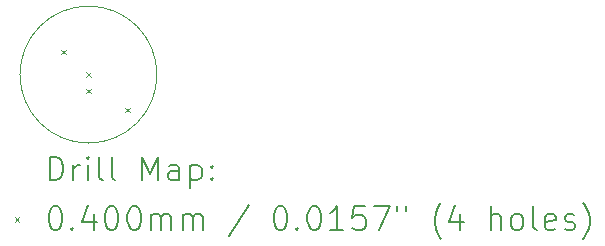
<source format=gbr>
%FSLAX45Y45*%
G04 Gerber Fmt 4.5, Leading zero omitted, Abs format (unit mm)*
G04 Created by KiCad (PCBNEW 6.0.5-a6ca702e91~116~ubuntu20.04.1) date 2022-06-29 23:22:44*
%MOMM*%
%LPD*%
G01*
G04 APERTURE LIST*
%TA.AperFunction,Profile*%
%ADD10C,0.100000*%
%TD*%
%ADD11C,0.200000*%
%ADD12C,0.040000*%
G04 APERTURE END LIST*
D10*
X12780000Y-10000000D02*
G75*
G03*
X12780000Y-10000000I-580000J0D01*
G01*
D11*
D12*
X11970000Y-9790000D02*
X12010000Y-9830000D01*
X12010000Y-9790000D02*
X11970000Y-9830000D01*
X12180000Y-9980000D02*
X12220000Y-10020000D01*
X12220000Y-9980000D02*
X12180000Y-10020000D01*
X12180000Y-10120000D02*
X12220000Y-10160000D01*
X12220000Y-10120000D02*
X12180000Y-10160000D01*
X12510000Y-10280000D02*
X12550000Y-10320000D01*
X12550000Y-10280000D02*
X12510000Y-10320000D01*
D11*
X11872619Y-10895476D02*
X11872619Y-10695476D01*
X11920238Y-10695476D01*
X11948809Y-10705000D01*
X11967857Y-10724048D01*
X11977381Y-10743095D01*
X11986905Y-10781190D01*
X11986905Y-10809762D01*
X11977381Y-10847857D01*
X11967857Y-10866905D01*
X11948809Y-10885952D01*
X11920238Y-10895476D01*
X11872619Y-10895476D01*
X12072619Y-10895476D02*
X12072619Y-10762143D01*
X12072619Y-10800238D02*
X12082143Y-10781190D01*
X12091667Y-10771667D01*
X12110714Y-10762143D01*
X12129762Y-10762143D01*
X12196428Y-10895476D02*
X12196428Y-10762143D01*
X12196428Y-10695476D02*
X12186905Y-10705000D01*
X12196428Y-10714524D01*
X12205952Y-10705000D01*
X12196428Y-10695476D01*
X12196428Y-10714524D01*
X12320238Y-10895476D02*
X12301190Y-10885952D01*
X12291667Y-10866905D01*
X12291667Y-10695476D01*
X12425000Y-10895476D02*
X12405952Y-10885952D01*
X12396428Y-10866905D01*
X12396428Y-10695476D01*
X12653571Y-10895476D02*
X12653571Y-10695476D01*
X12720238Y-10838333D01*
X12786905Y-10695476D01*
X12786905Y-10895476D01*
X12967857Y-10895476D02*
X12967857Y-10790714D01*
X12958333Y-10771667D01*
X12939286Y-10762143D01*
X12901190Y-10762143D01*
X12882143Y-10771667D01*
X12967857Y-10885952D02*
X12948809Y-10895476D01*
X12901190Y-10895476D01*
X12882143Y-10885952D01*
X12872619Y-10866905D01*
X12872619Y-10847857D01*
X12882143Y-10828810D01*
X12901190Y-10819286D01*
X12948809Y-10819286D01*
X12967857Y-10809762D01*
X13063095Y-10762143D02*
X13063095Y-10962143D01*
X13063095Y-10771667D02*
X13082143Y-10762143D01*
X13120238Y-10762143D01*
X13139286Y-10771667D01*
X13148809Y-10781190D01*
X13158333Y-10800238D01*
X13158333Y-10857381D01*
X13148809Y-10876429D01*
X13139286Y-10885952D01*
X13120238Y-10895476D01*
X13082143Y-10895476D01*
X13063095Y-10885952D01*
X13244048Y-10876429D02*
X13253571Y-10885952D01*
X13244048Y-10895476D01*
X13234524Y-10885952D01*
X13244048Y-10876429D01*
X13244048Y-10895476D01*
X13244048Y-10771667D02*
X13253571Y-10781190D01*
X13244048Y-10790714D01*
X13234524Y-10781190D01*
X13244048Y-10771667D01*
X13244048Y-10790714D01*
D12*
X11575000Y-11205000D02*
X11615000Y-11245000D01*
X11615000Y-11205000D02*
X11575000Y-11245000D01*
D11*
X11910714Y-11115476D02*
X11929762Y-11115476D01*
X11948809Y-11125000D01*
X11958333Y-11134524D01*
X11967857Y-11153571D01*
X11977381Y-11191667D01*
X11977381Y-11239286D01*
X11967857Y-11277381D01*
X11958333Y-11296428D01*
X11948809Y-11305952D01*
X11929762Y-11315476D01*
X11910714Y-11315476D01*
X11891667Y-11305952D01*
X11882143Y-11296428D01*
X11872619Y-11277381D01*
X11863095Y-11239286D01*
X11863095Y-11191667D01*
X11872619Y-11153571D01*
X11882143Y-11134524D01*
X11891667Y-11125000D01*
X11910714Y-11115476D01*
X12063095Y-11296428D02*
X12072619Y-11305952D01*
X12063095Y-11315476D01*
X12053571Y-11305952D01*
X12063095Y-11296428D01*
X12063095Y-11315476D01*
X12244048Y-11182143D02*
X12244048Y-11315476D01*
X12196428Y-11105952D02*
X12148809Y-11248809D01*
X12272619Y-11248809D01*
X12386905Y-11115476D02*
X12405952Y-11115476D01*
X12425000Y-11125000D01*
X12434524Y-11134524D01*
X12444048Y-11153571D01*
X12453571Y-11191667D01*
X12453571Y-11239286D01*
X12444048Y-11277381D01*
X12434524Y-11296428D01*
X12425000Y-11305952D01*
X12405952Y-11315476D01*
X12386905Y-11315476D01*
X12367857Y-11305952D01*
X12358333Y-11296428D01*
X12348809Y-11277381D01*
X12339286Y-11239286D01*
X12339286Y-11191667D01*
X12348809Y-11153571D01*
X12358333Y-11134524D01*
X12367857Y-11125000D01*
X12386905Y-11115476D01*
X12577381Y-11115476D02*
X12596428Y-11115476D01*
X12615476Y-11125000D01*
X12625000Y-11134524D01*
X12634524Y-11153571D01*
X12644048Y-11191667D01*
X12644048Y-11239286D01*
X12634524Y-11277381D01*
X12625000Y-11296428D01*
X12615476Y-11305952D01*
X12596428Y-11315476D01*
X12577381Y-11315476D01*
X12558333Y-11305952D01*
X12548809Y-11296428D01*
X12539286Y-11277381D01*
X12529762Y-11239286D01*
X12529762Y-11191667D01*
X12539286Y-11153571D01*
X12548809Y-11134524D01*
X12558333Y-11125000D01*
X12577381Y-11115476D01*
X12729762Y-11315476D02*
X12729762Y-11182143D01*
X12729762Y-11201190D02*
X12739286Y-11191667D01*
X12758333Y-11182143D01*
X12786905Y-11182143D01*
X12805952Y-11191667D01*
X12815476Y-11210714D01*
X12815476Y-11315476D01*
X12815476Y-11210714D02*
X12825000Y-11191667D01*
X12844048Y-11182143D01*
X12872619Y-11182143D01*
X12891667Y-11191667D01*
X12901190Y-11210714D01*
X12901190Y-11315476D01*
X12996428Y-11315476D02*
X12996428Y-11182143D01*
X12996428Y-11201190D02*
X13005952Y-11191667D01*
X13025000Y-11182143D01*
X13053571Y-11182143D01*
X13072619Y-11191667D01*
X13082143Y-11210714D01*
X13082143Y-11315476D01*
X13082143Y-11210714D02*
X13091667Y-11191667D01*
X13110714Y-11182143D01*
X13139286Y-11182143D01*
X13158333Y-11191667D01*
X13167857Y-11210714D01*
X13167857Y-11315476D01*
X13558333Y-11105952D02*
X13386905Y-11363095D01*
X13815476Y-11115476D02*
X13834524Y-11115476D01*
X13853571Y-11125000D01*
X13863095Y-11134524D01*
X13872619Y-11153571D01*
X13882143Y-11191667D01*
X13882143Y-11239286D01*
X13872619Y-11277381D01*
X13863095Y-11296428D01*
X13853571Y-11305952D01*
X13834524Y-11315476D01*
X13815476Y-11315476D01*
X13796428Y-11305952D01*
X13786905Y-11296428D01*
X13777381Y-11277381D01*
X13767857Y-11239286D01*
X13767857Y-11191667D01*
X13777381Y-11153571D01*
X13786905Y-11134524D01*
X13796428Y-11125000D01*
X13815476Y-11115476D01*
X13967857Y-11296428D02*
X13977381Y-11305952D01*
X13967857Y-11315476D01*
X13958333Y-11305952D01*
X13967857Y-11296428D01*
X13967857Y-11315476D01*
X14101190Y-11115476D02*
X14120238Y-11115476D01*
X14139286Y-11125000D01*
X14148809Y-11134524D01*
X14158333Y-11153571D01*
X14167857Y-11191667D01*
X14167857Y-11239286D01*
X14158333Y-11277381D01*
X14148809Y-11296428D01*
X14139286Y-11305952D01*
X14120238Y-11315476D01*
X14101190Y-11315476D01*
X14082143Y-11305952D01*
X14072619Y-11296428D01*
X14063095Y-11277381D01*
X14053571Y-11239286D01*
X14053571Y-11191667D01*
X14063095Y-11153571D01*
X14072619Y-11134524D01*
X14082143Y-11125000D01*
X14101190Y-11115476D01*
X14358333Y-11315476D02*
X14244048Y-11315476D01*
X14301190Y-11315476D02*
X14301190Y-11115476D01*
X14282143Y-11144048D01*
X14263095Y-11163095D01*
X14244048Y-11172619D01*
X14539286Y-11115476D02*
X14444048Y-11115476D01*
X14434524Y-11210714D01*
X14444048Y-11201190D01*
X14463095Y-11191667D01*
X14510714Y-11191667D01*
X14529762Y-11201190D01*
X14539286Y-11210714D01*
X14548809Y-11229762D01*
X14548809Y-11277381D01*
X14539286Y-11296428D01*
X14529762Y-11305952D01*
X14510714Y-11315476D01*
X14463095Y-11315476D01*
X14444048Y-11305952D01*
X14434524Y-11296428D01*
X14615476Y-11115476D02*
X14748809Y-11115476D01*
X14663095Y-11315476D01*
X14815476Y-11115476D02*
X14815476Y-11153571D01*
X14891667Y-11115476D02*
X14891667Y-11153571D01*
X15186905Y-11391667D02*
X15177381Y-11382143D01*
X15158333Y-11353571D01*
X15148809Y-11334524D01*
X15139286Y-11305952D01*
X15129762Y-11258333D01*
X15129762Y-11220238D01*
X15139286Y-11172619D01*
X15148809Y-11144048D01*
X15158333Y-11125000D01*
X15177381Y-11096429D01*
X15186905Y-11086905D01*
X15348809Y-11182143D02*
X15348809Y-11315476D01*
X15301190Y-11105952D02*
X15253571Y-11248809D01*
X15377381Y-11248809D01*
X15605952Y-11315476D02*
X15605952Y-11115476D01*
X15691667Y-11315476D02*
X15691667Y-11210714D01*
X15682143Y-11191667D01*
X15663095Y-11182143D01*
X15634524Y-11182143D01*
X15615476Y-11191667D01*
X15605952Y-11201190D01*
X15815476Y-11315476D02*
X15796428Y-11305952D01*
X15786905Y-11296428D01*
X15777381Y-11277381D01*
X15777381Y-11220238D01*
X15786905Y-11201190D01*
X15796428Y-11191667D01*
X15815476Y-11182143D01*
X15844048Y-11182143D01*
X15863095Y-11191667D01*
X15872619Y-11201190D01*
X15882143Y-11220238D01*
X15882143Y-11277381D01*
X15872619Y-11296428D01*
X15863095Y-11305952D01*
X15844048Y-11315476D01*
X15815476Y-11315476D01*
X15996428Y-11315476D02*
X15977381Y-11305952D01*
X15967857Y-11286905D01*
X15967857Y-11115476D01*
X16148809Y-11305952D02*
X16129762Y-11315476D01*
X16091667Y-11315476D01*
X16072619Y-11305952D01*
X16063095Y-11286905D01*
X16063095Y-11210714D01*
X16072619Y-11191667D01*
X16091667Y-11182143D01*
X16129762Y-11182143D01*
X16148809Y-11191667D01*
X16158333Y-11210714D01*
X16158333Y-11229762D01*
X16063095Y-11248809D01*
X16234524Y-11305952D02*
X16253571Y-11315476D01*
X16291667Y-11315476D01*
X16310714Y-11305952D01*
X16320238Y-11286905D01*
X16320238Y-11277381D01*
X16310714Y-11258333D01*
X16291667Y-11248809D01*
X16263095Y-11248809D01*
X16244048Y-11239286D01*
X16234524Y-11220238D01*
X16234524Y-11210714D01*
X16244048Y-11191667D01*
X16263095Y-11182143D01*
X16291667Y-11182143D01*
X16310714Y-11191667D01*
X16386905Y-11391667D02*
X16396428Y-11382143D01*
X16415476Y-11353571D01*
X16425000Y-11334524D01*
X16434524Y-11305952D01*
X16444048Y-11258333D01*
X16444048Y-11220238D01*
X16434524Y-11172619D01*
X16425000Y-11144048D01*
X16415476Y-11125000D01*
X16396428Y-11096429D01*
X16386905Y-11086905D01*
M02*

</source>
